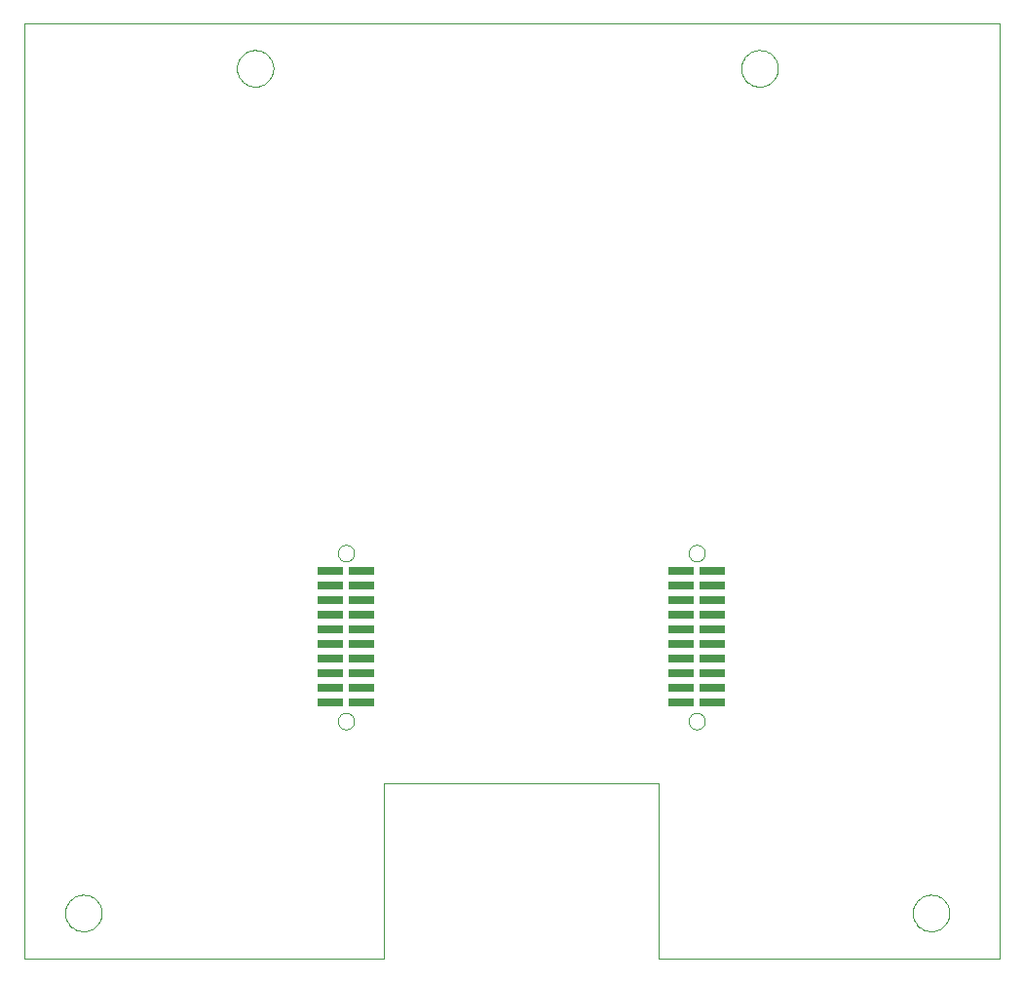
<source format=gbp>
G75*
%MOIN*%
%OFA0B0*%
%FSLAX24Y24*%
%IPPOS*%
%LPD*%
%AMOC8*
5,1,8,0,0,1.08239X$1,22.5*
%
%ADD10C,0.0000*%
%ADD11R,0.0875X0.0290*%
D10*
X000180Y000180D02*
X000180Y032176D01*
X033550Y032176D01*
X033550Y000180D01*
X021880Y000180D01*
X021880Y006180D01*
X012480Y006180D01*
X012480Y000180D01*
X000180Y000180D01*
X001575Y001740D02*
X001577Y001790D01*
X001583Y001839D01*
X001593Y001888D01*
X001606Y001935D01*
X001624Y001982D01*
X001645Y002027D01*
X001669Y002070D01*
X001697Y002111D01*
X001728Y002150D01*
X001762Y002186D01*
X001799Y002220D01*
X001839Y002250D01*
X001880Y002277D01*
X001924Y002301D01*
X001969Y002321D01*
X002016Y002337D01*
X002064Y002350D01*
X002113Y002359D01*
X002163Y002364D01*
X002212Y002365D01*
X002262Y002362D01*
X002311Y002355D01*
X002360Y002344D01*
X002407Y002330D01*
X002453Y002311D01*
X002498Y002289D01*
X002541Y002264D01*
X002581Y002235D01*
X002619Y002203D01*
X002655Y002169D01*
X002688Y002131D01*
X002717Y002091D01*
X002743Y002049D01*
X002766Y002005D01*
X002785Y001959D01*
X002801Y001912D01*
X002813Y001863D01*
X002821Y001814D01*
X002825Y001765D01*
X002825Y001715D01*
X002821Y001666D01*
X002813Y001617D01*
X002801Y001568D01*
X002785Y001521D01*
X002766Y001475D01*
X002743Y001431D01*
X002717Y001389D01*
X002688Y001349D01*
X002655Y001311D01*
X002619Y001277D01*
X002581Y001245D01*
X002541Y001216D01*
X002498Y001191D01*
X002453Y001169D01*
X002407Y001150D01*
X002360Y001136D01*
X002311Y001125D01*
X002262Y001118D01*
X002212Y001115D01*
X002163Y001116D01*
X002113Y001121D01*
X002064Y001130D01*
X002016Y001143D01*
X001969Y001159D01*
X001924Y001179D01*
X001880Y001203D01*
X001839Y001230D01*
X001799Y001260D01*
X001762Y001294D01*
X001728Y001330D01*
X001697Y001369D01*
X001669Y001410D01*
X001645Y001453D01*
X001624Y001498D01*
X001606Y001545D01*
X001593Y001592D01*
X001583Y001641D01*
X001577Y001690D01*
X001575Y001740D01*
X010900Y008305D02*
X010902Y008338D01*
X010908Y008371D01*
X010918Y008402D01*
X010931Y008433D01*
X010948Y008461D01*
X010968Y008488D01*
X010991Y008512D01*
X011017Y008532D01*
X011045Y008550D01*
X011075Y008564D01*
X011106Y008575D01*
X011139Y008582D01*
X011172Y008585D01*
X011205Y008584D01*
X011238Y008579D01*
X011270Y008570D01*
X011300Y008558D01*
X011329Y008542D01*
X011356Y008522D01*
X011381Y008500D01*
X011403Y008475D01*
X011421Y008447D01*
X011436Y008418D01*
X011448Y008387D01*
X011456Y008355D01*
X011460Y008322D01*
X011460Y008288D01*
X011456Y008255D01*
X011448Y008223D01*
X011436Y008192D01*
X011421Y008163D01*
X011403Y008135D01*
X011381Y008110D01*
X011356Y008088D01*
X011329Y008068D01*
X011300Y008052D01*
X011270Y008040D01*
X011238Y008031D01*
X011205Y008026D01*
X011172Y008025D01*
X011139Y008028D01*
X011106Y008035D01*
X011075Y008046D01*
X011045Y008060D01*
X011017Y008078D01*
X010991Y008098D01*
X010968Y008122D01*
X010948Y008149D01*
X010931Y008177D01*
X010918Y008208D01*
X010908Y008239D01*
X010902Y008272D01*
X010900Y008305D01*
X010900Y014055D02*
X010902Y014088D01*
X010908Y014121D01*
X010918Y014152D01*
X010931Y014183D01*
X010948Y014211D01*
X010968Y014238D01*
X010991Y014262D01*
X011017Y014282D01*
X011045Y014300D01*
X011075Y014314D01*
X011106Y014325D01*
X011139Y014332D01*
X011172Y014335D01*
X011205Y014334D01*
X011238Y014329D01*
X011270Y014320D01*
X011300Y014308D01*
X011329Y014292D01*
X011356Y014272D01*
X011381Y014250D01*
X011403Y014225D01*
X011421Y014197D01*
X011436Y014168D01*
X011448Y014137D01*
X011456Y014105D01*
X011460Y014072D01*
X011460Y014038D01*
X011456Y014005D01*
X011448Y013973D01*
X011436Y013942D01*
X011421Y013913D01*
X011403Y013885D01*
X011381Y013860D01*
X011356Y013838D01*
X011329Y013818D01*
X011300Y013802D01*
X011270Y013790D01*
X011238Y013781D01*
X011205Y013776D01*
X011172Y013775D01*
X011139Y013778D01*
X011106Y013785D01*
X011075Y013796D01*
X011045Y013810D01*
X011017Y013828D01*
X010991Y013848D01*
X010968Y013872D01*
X010948Y013899D01*
X010931Y013927D01*
X010918Y013958D01*
X010908Y013989D01*
X010902Y014022D01*
X010900Y014055D01*
X022900Y014055D02*
X022902Y014088D01*
X022908Y014121D01*
X022918Y014152D01*
X022931Y014183D01*
X022948Y014211D01*
X022968Y014238D01*
X022991Y014262D01*
X023017Y014282D01*
X023045Y014300D01*
X023075Y014314D01*
X023106Y014325D01*
X023139Y014332D01*
X023172Y014335D01*
X023205Y014334D01*
X023238Y014329D01*
X023270Y014320D01*
X023300Y014308D01*
X023329Y014292D01*
X023356Y014272D01*
X023381Y014250D01*
X023403Y014225D01*
X023421Y014197D01*
X023436Y014168D01*
X023448Y014137D01*
X023456Y014105D01*
X023460Y014072D01*
X023460Y014038D01*
X023456Y014005D01*
X023448Y013973D01*
X023436Y013942D01*
X023421Y013913D01*
X023403Y013885D01*
X023381Y013860D01*
X023356Y013838D01*
X023329Y013818D01*
X023300Y013802D01*
X023270Y013790D01*
X023238Y013781D01*
X023205Y013776D01*
X023172Y013775D01*
X023139Y013778D01*
X023106Y013785D01*
X023075Y013796D01*
X023045Y013810D01*
X023017Y013828D01*
X022991Y013848D01*
X022968Y013872D01*
X022948Y013899D01*
X022931Y013927D01*
X022918Y013958D01*
X022908Y013989D01*
X022902Y014022D01*
X022900Y014055D01*
X022900Y008305D02*
X022902Y008338D01*
X022908Y008371D01*
X022918Y008402D01*
X022931Y008433D01*
X022948Y008461D01*
X022968Y008488D01*
X022991Y008512D01*
X023017Y008532D01*
X023045Y008550D01*
X023075Y008564D01*
X023106Y008575D01*
X023139Y008582D01*
X023172Y008585D01*
X023205Y008584D01*
X023238Y008579D01*
X023270Y008570D01*
X023300Y008558D01*
X023329Y008542D01*
X023356Y008522D01*
X023381Y008500D01*
X023403Y008475D01*
X023421Y008447D01*
X023436Y008418D01*
X023448Y008387D01*
X023456Y008355D01*
X023460Y008322D01*
X023460Y008288D01*
X023456Y008255D01*
X023448Y008223D01*
X023436Y008192D01*
X023421Y008163D01*
X023403Y008135D01*
X023381Y008110D01*
X023356Y008088D01*
X023329Y008068D01*
X023300Y008052D01*
X023270Y008040D01*
X023238Y008031D01*
X023205Y008026D01*
X023172Y008025D01*
X023139Y008028D01*
X023106Y008035D01*
X023075Y008046D01*
X023045Y008060D01*
X023017Y008078D01*
X022991Y008098D01*
X022968Y008122D01*
X022948Y008149D01*
X022931Y008177D01*
X022918Y008208D01*
X022908Y008239D01*
X022902Y008272D01*
X022900Y008305D01*
X030575Y001740D02*
X030577Y001790D01*
X030583Y001839D01*
X030593Y001888D01*
X030606Y001935D01*
X030624Y001982D01*
X030645Y002027D01*
X030669Y002070D01*
X030697Y002111D01*
X030728Y002150D01*
X030762Y002186D01*
X030799Y002220D01*
X030839Y002250D01*
X030880Y002277D01*
X030924Y002301D01*
X030969Y002321D01*
X031016Y002337D01*
X031064Y002350D01*
X031113Y002359D01*
X031163Y002364D01*
X031212Y002365D01*
X031262Y002362D01*
X031311Y002355D01*
X031360Y002344D01*
X031407Y002330D01*
X031453Y002311D01*
X031498Y002289D01*
X031541Y002264D01*
X031581Y002235D01*
X031619Y002203D01*
X031655Y002169D01*
X031688Y002131D01*
X031717Y002091D01*
X031743Y002049D01*
X031766Y002005D01*
X031785Y001959D01*
X031801Y001912D01*
X031813Y001863D01*
X031821Y001814D01*
X031825Y001765D01*
X031825Y001715D01*
X031821Y001666D01*
X031813Y001617D01*
X031801Y001568D01*
X031785Y001521D01*
X031766Y001475D01*
X031743Y001431D01*
X031717Y001389D01*
X031688Y001349D01*
X031655Y001311D01*
X031619Y001277D01*
X031581Y001245D01*
X031541Y001216D01*
X031498Y001191D01*
X031453Y001169D01*
X031407Y001150D01*
X031360Y001136D01*
X031311Y001125D01*
X031262Y001118D01*
X031212Y001115D01*
X031163Y001116D01*
X031113Y001121D01*
X031064Y001130D01*
X031016Y001143D01*
X030969Y001159D01*
X030924Y001179D01*
X030880Y001203D01*
X030839Y001230D01*
X030799Y001260D01*
X030762Y001294D01*
X030728Y001330D01*
X030697Y001369D01*
X030669Y001410D01*
X030645Y001453D01*
X030624Y001498D01*
X030606Y001545D01*
X030593Y001592D01*
X030583Y001641D01*
X030577Y001690D01*
X030575Y001740D01*
X024705Y030640D02*
X024707Y030690D01*
X024713Y030739D01*
X024723Y030788D01*
X024736Y030835D01*
X024754Y030882D01*
X024775Y030927D01*
X024799Y030970D01*
X024827Y031011D01*
X024858Y031050D01*
X024892Y031086D01*
X024929Y031120D01*
X024969Y031150D01*
X025010Y031177D01*
X025054Y031201D01*
X025099Y031221D01*
X025146Y031237D01*
X025194Y031250D01*
X025243Y031259D01*
X025293Y031264D01*
X025342Y031265D01*
X025392Y031262D01*
X025441Y031255D01*
X025490Y031244D01*
X025537Y031230D01*
X025583Y031211D01*
X025628Y031189D01*
X025671Y031164D01*
X025711Y031135D01*
X025749Y031103D01*
X025785Y031069D01*
X025818Y031031D01*
X025847Y030991D01*
X025873Y030949D01*
X025896Y030905D01*
X025915Y030859D01*
X025931Y030812D01*
X025943Y030763D01*
X025951Y030714D01*
X025955Y030665D01*
X025955Y030615D01*
X025951Y030566D01*
X025943Y030517D01*
X025931Y030468D01*
X025915Y030421D01*
X025896Y030375D01*
X025873Y030331D01*
X025847Y030289D01*
X025818Y030249D01*
X025785Y030211D01*
X025749Y030177D01*
X025711Y030145D01*
X025671Y030116D01*
X025628Y030091D01*
X025583Y030069D01*
X025537Y030050D01*
X025490Y030036D01*
X025441Y030025D01*
X025392Y030018D01*
X025342Y030015D01*
X025293Y030016D01*
X025243Y030021D01*
X025194Y030030D01*
X025146Y030043D01*
X025099Y030059D01*
X025054Y030079D01*
X025010Y030103D01*
X024969Y030130D01*
X024929Y030160D01*
X024892Y030194D01*
X024858Y030230D01*
X024827Y030269D01*
X024799Y030310D01*
X024775Y030353D01*
X024754Y030398D01*
X024736Y030445D01*
X024723Y030492D01*
X024713Y030541D01*
X024707Y030590D01*
X024705Y030640D01*
X007447Y030640D02*
X007449Y030690D01*
X007455Y030739D01*
X007465Y030788D01*
X007478Y030835D01*
X007496Y030882D01*
X007517Y030927D01*
X007541Y030970D01*
X007569Y031011D01*
X007600Y031050D01*
X007634Y031086D01*
X007671Y031120D01*
X007711Y031150D01*
X007752Y031177D01*
X007796Y031201D01*
X007841Y031221D01*
X007888Y031237D01*
X007936Y031250D01*
X007985Y031259D01*
X008035Y031264D01*
X008084Y031265D01*
X008134Y031262D01*
X008183Y031255D01*
X008232Y031244D01*
X008279Y031230D01*
X008325Y031211D01*
X008370Y031189D01*
X008413Y031164D01*
X008453Y031135D01*
X008491Y031103D01*
X008527Y031069D01*
X008560Y031031D01*
X008589Y030991D01*
X008615Y030949D01*
X008638Y030905D01*
X008657Y030859D01*
X008673Y030812D01*
X008685Y030763D01*
X008693Y030714D01*
X008697Y030665D01*
X008697Y030615D01*
X008693Y030566D01*
X008685Y030517D01*
X008673Y030468D01*
X008657Y030421D01*
X008638Y030375D01*
X008615Y030331D01*
X008589Y030289D01*
X008560Y030249D01*
X008527Y030211D01*
X008491Y030177D01*
X008453Y030145D01*
X008413Y030116D01*
X008370Y030091D01*
X008325Y030069D01*
X008279Y030050D01*
X008232Y030036D01*
X008183Y030025D01*
X008134Y030018D01*
X008084Y030015D01*
X008035Y030016D01*
X007985Y030021D01*
X007936Y030030D01*
X007888Y030043D01*
X007841Y030059D01*
X007796Y030079D01*
X007752Y030103D01*
X007711Y030130D01*
X007671Y030160D01*
X007634Y030194D01*
X007600Y030230D01*
X007569Y030269D01*
X007541Y030310D01*
X007517Y030353D01*
X007496Y030398D01*
X007478Y030445D01*
X007465Y030492D01*
X007455Y030541D01*
X007449Y030590D01*
X007447Y030640D01*
D11*
X010643Y013430D03*
X010643Y012930D03*
X010643Y012430D03*
X010643Y011930D03*
X010643Y011430D03*
X010643Y010930D03*
X010643Y010430D03*
X010643Y009930D03*
X010643Y009430D03*
X010643Y008930D03*
X011718Y008930D03*
X011718Y009430D03*
X011718Y009930D03*
X011718Y010430D03*
X011718Y010930D03*
X011718Y011430D03*
X011718Y011930D03*
X011718Y012430D03*
X011718Y012930D03*
X011718Y013430D03*
X022643Y013430D03*
X022643Y012930D03*
X022643Y012430D03*
X022643Y011930D03*
X022643Y011430D03*
X022643Y010930D03*
X022643Y010430D03*
X022643Y009930D03*
X022643Y009430D03*
X022643Y008930D03*
X023718Y008930D03*
X023718Y009430D03*
X023718Y009930D03*
X023718Y010430D03*
X023718Y010930D03*
X023718Y011430D03*
X023718Y011930D03*
X023718Y012430D03*
X023718Y012930D03*
X023718Y013430D03*
M02*

</source>
